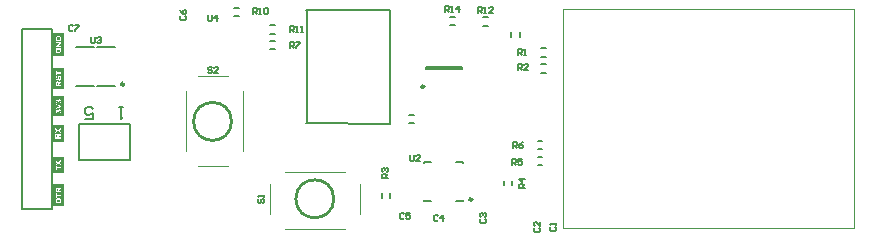
<source format=gto>
G04 Layer_Color=65535*
%FSLAX25Y25*%
%MOIN*%
G70*
G01*
G75*
%ADD27C,0.01000*%
%ADD44C,0.00984*%
%ADD45C,0.00394*%
%ADD46C,0.00787*%
%ADD47C,0.00600*%
G36*
X114647Y160956D02*
X110661D01*
Y168653D01*
X114647D01*
Y160956D01*
D02*
G37*
G36*
X114612Y110956D02*
X110692D01*
Y118256D01*
X114612D01*
Y110956D01*
D02*
G37*
G36*
X114412Y132456D02*
X110492D01*
Y137982D01*
X114412D01*
Y132456D01*
D02*
G37*
G36*
X114612Y121956D02*
X110692D01*
Y127317D01*
X114612D01*
Y121956D01*
D02*
G37*
G36*
X114647Y140956D02*
X110686D01*
Y147513D01*
X114647D01*
Y140956D01*
D02*
G37*
G36*
Y149956D02*
X110661D01*
Y157069D01*
X114647D01*
Y149956D01*
D02*
G37*
%LPC*%
G36*
X112711Y167653D02*
X112622D01*
X112574Y167651D01*
X112530Y167647D01*
X112487Y167643D01*
X112447Y167639D01*
X112410Y167632D01*
X112374Y167626D01*
X112343Y167622D01*
X112316Y167616D01*
X112291Y167609D01*
X112268Y167603D01*
X112251Y167599D01*
X112237Y167595D01*
X112226Y167591D01*
X112220Y167589D01*
X112218D01*
X112152Y167564D01*
X112091Y167535D01*
X112037Y167503D01*
X112014Y167489D01*
X111994Y167474D01*
X111973Y167460D01*
X111956Y167447D01*
X111942Y167435D01*
X111929Y167426D01*
X111919Y167418D01*
X111912Y167412D01*
X111908Y167408D01*
X111906Y167406D01*
X111863Y167358D01*
X111825Y167310D01*
X111794Y167262D01*
X111771Y167216D01*
X111752Y167177D01*
X111744Y167160D01*
X111740Y167146D01*
X111736Y167133D01*
X111732Y167125D01*
X111729Y167119D01*
Y167116D01*
X111723Y167092D01*
X111717Y167064D01*
X111709Y167006D01*
X111700Y166946D01*
X111696Y166888D01*
X111694Y166861D01*
Y166836D01*
Y166813D01*
X111692Y166792D01*
Y166775D01*
Y166763D01*
Y166755D01*
Y166753D01*
Y166045D01*
X113612D01*
Y166773D01*
Y166813D01*
X113610Y166850D01*
X113608Y166886D01*
X113606Y166917D01*
X113603Y166948D01*
X113599Y166977D01*
X113595Y167002D01*
X113591Y167025D01*
X113589Y167046D01*
X113585Y167064D01*
X113581Y167081D01*
X113578Y167094D01*
X113576Y167104D01*
X113574Y167110D01*
X113572Y167114D01*
Y167116D01*
X113549Y167177D01*
X113524Y167231D01*
X113499Y167277D01*
X113475Y167316D01*
X113464Y167333D01*
X113454Y167347D01*
X113443Y167358D01*
X113435Y167368D01*
X113429Y167376D01*
X113423Y167383D01*
X113420Y167385D01*
X113418Y167387D01*
X113366Y167435D01*
X113310Y167476D01*
X113254Y167512D01*
X113200Y167541D01*
X113175Y167553D01*
X113152Y167564D01*
X113131Y167572D01*
X113115Y167580D01*
X113100Y167585D01*
X113088Y167589D01*
X113081Y167593D01*
X113079D01*
X113013Y167614D01*
X112944Y167628D01*
X112875Y167639D01*
X112811Y167645D01*
X112782Y167649D01*
X112755Y167651D01*
X112732D01*
X112711Y167653D01*
D02*
G37*
G36*
X113050Y146513D02*
X113040D01*
X113009Y146511D01*
X112977Y146509D01*
X112919Y146499D01*
X112869Y146482D01*
X112826Y146463D01*
X112807Y146455D01*
X112790Y146445D01*
X112776Y146436D01*
X112763Y146430D01*
X112755Y146422D01*
X112749Y146418D01*
X112744Y146415D01*
X112742Y146413D01*
X112720Y146395D01*
X112699Y146374D01*
X112665Y146332D01*
X112636Y146289D01*
X112616Y146245D01*
X112601Y146210D01*
X112595Y146193D01*
X112591Y146178D01*
X112586Y146168D01*
X112584Y146160D01*
X112582Y146153D01*
Y146151D01*
X112553Y146199D01*
X112522Y146243D01*
X112489Y146280D01*
X112455Y146311D01*
X112422Y146339D01*
X112389Y146361D01*
X112355Y146378D01*
X112324Y146393D01*
X112295Y146405D01*
X112266Y146413D01*
X112241Y146420D01*
X112220Y146424D01*
X112204Y146426D01*
X112189Y146428D01*
X112179D01*
X112145Y146426D01*
X112114Y146422D01*
X112083Y146415D01*
X112054Y146407D01*
X112000Y146384D01*
X111954Y146359D01*
X111933Y146347D01*
X111915Y146334D01*
X111898Y146322D01*
X111885Y146311D01*
X111875Y146303D01*
X111867Y146297D01*
X111863Y146293D01*
X111860Y146291D01*
X111829Y146259D01*
X111802Y146226D01*
X111779Y146191D01*
X111758Y146153D01*
X111742Y146118D01*
X111727Y146083D01*
X111717Y146047D01*
X111706Y146012D01*
X111700Y145981D01*
X111694Y145952D01*
X111692Y145925D01*
X111688Y145902D01*
Y145883D01*
X111686Y145869D01*
Y145860D01*
Y145856D01*
X111688Y145798D01*
X111694Y145744D01*
X111704Y145694D01*
X111715Y145652D01*
X111721Y145633D01*
X111727Y145617D01*
X111732Y145602D01*
X111736Y145590D01*
X111740Y145579D01*
X111744Y145573D01*
X111746Y145569D01*
Y145567D01*
X111771Y145521D01*
X111798Y145482D01*
X111825Y145448D01*
X111852Y145421D01*
X111875Y145398D01*
X111896Y145382D01*
X111908Y145373D01*
X111910Y145369D01*
X111912D01*
X111954Y145344D01*
X112000Y145324D01*
X112046Y145305D01*
X112091Y145290D01*
X112131Y145278D01*
X112147Y145274D01*
X112162Y145269D01*
X112174Y145267D01*
X112183Y145265D01*
X112189Y145263D01*
X112191D01*
X112247Y145602D01*
X112204Y145611D01*
X112164Y145621D01*
X112133Y145633D01*
X112106Y145648D01*
X112085Y145663D01*
X112071Y145673D01*
X112060Y145681D01*
X112058Y145683D01*
X112035Y145710D01*
X112019Y145737D01*
X112008Y145765D01*
X112000Y145789D01*
X111996Y145812D01*
X111992Y145829D01*
Y145841D01*
Y145846D01*
X111994Y145881D01*
X112000Y145912D01*
X112010Y145937D01*
X112021Y145960D01*
X112031Y145979D01*
X112041Y145991D01*
X112048Y146000D01*
X112050Y146002D01*
X112073Y146020D01*
X112098Y146035D01*
X112125Y146045D01*
X112147Y146054D01*
X112170Y146058D01*
X112187Y146060D01*
X112204D01*
X112245Y146056D01*
X112281Y146047D01*
X112312Y146035D01*
X112339Y146020D01*
X112360Y146004D01*
X112374Y145991D01*
X112382Y145983D01*
X112387Y145979D01*
X112408Y145945D01*
X112424Y145910D01*
X112437Y145873D01*
X112443Y145835D01*
X112447Y145802D01*
Y145787D01*
X112449Y145775D01*
Y145765D01*
Y145756D01*
Y145752D01*
Y145750D01*
X112749Y145710D01*
X112738Y145746D01*
X112732Y145779D01*
X112726Y145806D01*
X112724Y145831D01*
X112722Y145852D01*
X112720Y145866D01*
Y145875D01*
Y145879D01*
X112724Y145918D01*
X112732Y145954D01*
X112747Y145985D01*
X112761Y146012D01*
X112776Y146033D01*
X112790Y146049D01*
X112799Y146058D01*
X112803Y146062D01*
X112836Y146087D01*
X112871Y146106D01*
X112909Y146118D01*
X112944Y146128D01*
X112975Y146133D01*
X112988Y146135D01*
X113000D01*
X113011Y146137D01*
X113023D01*
X113075Y146133D01*
X113121Y146124D01*
X113160Y146112D01*
X113194Y146097D01*
X113221Y146083D01*
X113240Y146070D01*
X113252Y146062D01*
X113256Y146058D01*
X113285Y146027D01*
X113306Y145993D01*
X113321Y145962D01*
X113331Y145931D01*
X113337Y145904D01*
X113339Y145883D01*
X113341Y145875D01*
Y145869D01*
Y145866D01*
Y145864D01*
X113339Y145827D01*
X113331Y145791D01*
X113319Y145760D01*
X113306Y145733D01*
X113294Y145712D01*
X113281Y145696D01*
X113273Y145687D01*
X113271Y145683D01*
X113242Y145658D01*
X113206Y145638D01*
X113173Y145621D01*
X113138Y145611D01*
X113108Y145600D01*
X113084Y145596D01*
X113073Y145594D01*
X113067Y145592D01*
X113061D01*
X113104Y145236D01*
X113148Y145242D01*
X113192Y145253D01*
X113231Y145265D01*
X113269Y145278D01*
X113304Y145294D01*
X113335Y145311D01*
X113364Y145328D01*
X113391Y145344D01*
X113416Y145363D01*
X113437Y145378D01*
X113456Y145394D01*
X113470Y145407D01*
X113483Y145417D01*
X113491Y145425D01*
X113495Y145432D01*
X113497Y145434D01*
X113524Y145467D01*
X113547Y145502D01*
X113566Y145538D01*
X113585Y145575D01*
X113599Y145611D01*
X113610Y145646D01*
X113620Y145681D01*
X113628Y145715D01*
X113635Y145746D01*
X113639Y145775D01*
X113643Y145802D01*
X113645Y145823D01*
Y145841D01*
X113647Y145854D01*
Y145864D01*
Y145866D01*
X113645Y145916D01*
X113639Y145966D01*
X113630Y146012D01*
X113620Y146056D01*
X113606Y146095D01*
X113591Y146135D01*
X113574Y146170D01*
X113558Y146201D01*
X113543Y146230D01*
X113526Y146255D01*
X113512Y146276D01*
X113497Y146295D01*
X113487Y146309D01*
X113479Y146320D01*
X113472Y146326D01*
X113470Y146328D01*
X113435Y146361D01*
X113400Y146388D01*
X113364Y146413D01*
X113327Y146434D01*
X113292Y146453D01*
X113256Y146467D01*
X113221Y146480D01*
X113188Y146490D01*
X113156Y146499D01*
X113129Y146503D01*
X113104Y146507D01*
X113081Y146511D01*
X113065D01*
X113050Y146513D01*
D02*
G37*
G36*
X112016Y156069D02*
X111692D01*
Y154546D01*
X112016D01*
Y155116D01*
X113612D01*
Y155503D01*
X112016D01*
Y156069D01*
D02*
G37*
G36*
X113612Y165636D02*
X111692D01*
Y165278D01*
X112982D01*
X111692Y164487D01*
Y164113D01*
X113612D01*
Y164471D01*
X112351D01*
X113612Y165249D01*
Y165636D01*
D02*
G37*
G36*
Y152682D02*
X113240Y152447D01*
X113198Y152422D01*
X113163Y152397D01*
X113127Y152375D01*
X113096Y152354D01*
X113067Y152335D01*
X113042Y152316D01*
X113019Y152300D01*
X112998Y152285D01*
X112982Y152273D01*
X112967Y152260D01*
X112954Y152250D01*
X112944Y152241D01*
X112938Y152235D01*
X112932Y152231D01*
X112927Y152227D01*
X112896Y152196D01*
X112865Y152160D01*
X112838Y152125D01*
X112815Y152092D01*
X112794Y152063D01*
X112780Y152040D01*
X112774Y152031D01*
X112771Y152025D01*
X112767Y152021D01*
Y152019D01*
X112759Y152065D01*
X112749Y152108D01*
X112736Y152148D01*
X112724Y152185D01*
X112709Y152221D01*
X112695Y152252D01*
X112680Y152279D01*
X112663Y152304D01*
X112649Y152327D01*
X112634Y152345D01*
X112622Y152362D01*
X112611Y152377D01*
X112601Y152387D01*
X112595Y152393D01*
X112591Y152397D01*
X112588Y152400D01*
X112561Y152422D01*
X112532Y152441D01*
X112503Y152458D01*
X112472Y152472D01*
X112443Y152485D01*
X112414Y152495D01*
X112355Y152510D01*
X112330Y152516D01*
X112306Y152520D01*
X112285Y152522D01*
X112266Y152524D01*
X112251Y152526D01*
X112231D01*
X112168Y152522D01*
X112112Y152514D01*
X112060Y152499D01*
X112016Y152485D01*
X111998Y152477D01*
X111979Y152468D01*
X111964Y152462D01*
X111952Y152454D01*
X111942Y152449D01*
X111935Y152445D01*
X111931Y152441D01*
X111929D01*
X111883Y152408D01*
X111844Y152370D01*
X111813Y152335D01*
X111786Y152300D01*
X111767Y152266D01*
X111761Y152254D01*
X111754Y152241D01*
X111750Y152231D01*
X111746Y152225D01*
X111744Y152221D01*
Y152219D01*
X111736Y152191D01*
X111727Y152160D01*
X111719Y152125D01*
X111715Y152090D01*
X111704Y152017D01*
X111698Y151942D01*
X111696Y151909D01*
X111694Y151875D01*
Y151846D01*
X111692Y151821D01*
Y151801D01*
Y151786D01*
Y151776D01*
Y151771D01*
Y150956D01*
X113612D01*
Y151343D01*
X112811D01*
Y151420D01*
Y151468D01*
X112815Y151507D01*
X112817Y151541D01*
X112821Y151567D01*
X112826Y151588D01*
X112830Y151603D01*
X112832Y151613D01*
X112834Y151615D01*
X112842Y151638D01*
X112855Y151659D01*
X112867Y151680D01*
X112882Y151697D01*
X112894Y151711D01*
X112902Y151724D01*
X112911Y151730D01*
X112913Y151732D01*
X112925Y151744D01*
X112942Y151757D01*
X112961Y151771D01*
X112982Y151788D01*
X113027Y151821D01*
X113075Y151857D01*
X113121Y151888D01*
X113140Y151902D01*
X113158Y151913D01*
X113173Y151923D01*
X113183Y151932D01*
X113192Y151936D01*
X113194Y151938D01*
X113612Y152219D01*
Y152682D01*
D02*
G37*
G36*
X113352Y163751D02*
X112584D01*
Y162917D01*
X112909D01*
Y163360D01*
X113154D01*
X113179Y163325D01*
X113200Y163289D01*
X113219Y163254D01*
X113235Y163221D01*
X113250Y163191D01*
X113260Y163169D01*
X113264Y163160D01*
X113267Y163154D01*
X113269Y163150D01*
Y163148D01*
X113285Y163102D01*
X113296Y163058D01*
X113304Y163019D01*
X113310Y162981D01*
X113314Y162950D01*
Y162936D01*
X113316Y162925D01*
Y162917D01*
Y162911D01*
Y162907D01*
Y162905D01*
X113314Y162859D01*
X113308Y162817D01*
X113300Y162778D01*
X113289Y162738D01*
X113277Y162703D01*
X113262Y162671D01*
X113248Y162640D01*
X113231Y162613D01*
X113215Y162590D01*
X113200Y162567D01*
X113185Y162551D01*
X113173Y162534D01*
X113163Y162524D01*
X113152Y162513D01*
X113148Y162509D01*
X113146Y162507D01*
X113113Y162480D01*
X113075Y162457D01*
X113036Y162436D01*
X112994Y162420D01*
X112950Y162405D01*
X112909Y162393D01*
X112865Y162382D01*
X112826Y162374D01*
X112786Y162368D01*
X112749Y162364D01*
X112717Y162359D01*
X112688Y162357D01*
X112665D01*
X112647Y162355D01*
X112632D01*
X112574Y162357D01*
X112520Y162362D01*
X112470Y162370D01*
X112424Y162378D01*
X112380Y162391D01*
X112341Y162403D01*
X112306Y162416D01*
X112274Y162430D01*
X112245Y162445D01*
X112222Y162457D01*
X112202Y162470D01*
X112185Y162482D01*
X112170Y162491D01*
X112162Y162499D01*
X112156Y162503D01*
X112154Y162505D01*
X112125Y162534D01*
X112100Y162565D01*
X112079Y162599D01*
X112060Y162632D01*
X112043Y162665D01*
X112031Y162699D01*
X112021Y162732D01*
X112012Y162763D01*
X112006Y162792D01*
X112000Y162821D01*
X111996Y162846D01*
X111994Y162867D01*
X111992Y162884D01*
Y162898D01*
Y162907D01*
Y162909D01*
X111996Y162969D01*
X112004Y163023D01*
X112019Y163071D01*
X112033Y163110D01*
X112041Y163127D01*
X112048Y163144D01*
X112056Y163156D01*
X112062Y163167D01*
X112066Y163177D01*
X112071Y163183D01*
X112075Y163185D01*
Y163187D01*
X112108Y163227D01*
X112143Y163258D01*
X112181Y163285D01*
X112216Y163306D01*
X112247Y163323D01*
X112262Y163329D01*
X112274Y163333D01*
X112283Y163337D01*
X112291Y163339D01*
X112295Y163341D01*
X112297D01*
X112224Y163726D01*
X112177Y163714D01*
X112131Y163699D01*
X112087Y163680D01*
X112048Y163662D01*
X112012Y163641D01*
X111977Y163618D01*
X111946Y163597D01*
X111919Y163574D01*
X111894Y163553D01*
X111871Y163533D01*
X111854Y163514D01*
X111838Y163499D01*
X111825Y163485D01*
X111817Y163474D01*
X111813Y163468D01*
X111811Y163466D01*
X111784Y163427D01*
X111761Y163385D01*
X111742Y163341D01*
X111723Y163295D01*
X111709Y163248D01*
X111698Y163202D01*
X111688Y163156D01*
X111679Y163112D01*
X111673Y163071D01*
X111669Y163033D01*
X111665Y162998D01*
X111663Y162967D01*
X111661Y162944D01*
Y162925D01*
Y162913D01*
Y162911D01*
Y162909D01*
Y162859D01*
X111665Y162811D01*
X111669Y162765D01*
X111675Y162721D01*
X111684Y162680D01*
X111692Y162642D01*
X111700Y162607D01*
X111709Y162576D01*
X111717Y162547D01*
X111725Y162522D01*
X111734Y162501D01*
X111742Y162482D01*
X111748Y162468D01*
X111752Y162457D01*
X111754Y162451D01*
X111756Y162449D01*
X111781Y162405D01*
X111808Y162364D01*
X111836Y162324D01*
X111865Y162289D01*
X111896Y162256D01*
X111925Y162226D01*
X111954Y162197D01*
X111983Y162174D01*
X112010Y162152D01*
X112035Y162133D01*
X112058Y162118D01*
X112077Y162104D01*
X112093Y162093D01*
X112106Y162087D01*
X112114Y162083D01*
X112116Y162081D01*
X112160Y162058D01*
X112206Y162039D01*
X112251Y162023D01*
X112297Y162008D01*
X112343Y161998D01*
X112387Y161987D01*
X112430Y161979D01*
X112470Y161973D01*
X112507Y161966D01*
X112541Y161962D01*
X112572Y161960D01*
X112599Y161958D01*
X112620Y161956D01*
X112649D01*
X112701Y161958D01*
X112751Y161960D01*
X112799Y161966D01*
X112846Y161973D01*
X112890Y161983D01*
X112932Y161991D01*
X112971Y162002D01*
X113009Y162012D01*
X113042Y162023D01*
X113071Y162033D01*
X113098Y162043D01*
X113119Y162052D01*
X113138Y162058D01*
X113150Y162064D01*
X113158Y162066D01*
X113160Y162068D01*
X113204Y162091D01*
X113244Y162114D01*
X113281Y162141D01*
X113316Y162168D01*
X113348Y162195D01*
X113379Y162224D01*
X113406Y162251D01*
X113429Y162278D01*
X113452Y162303D01*
X113470Y162326D01*
X113485Y162349D01*
X113499Y162366D01*
X113510Y162382D01*
X113516Y162393D01*
X113520Y162401D01*
X113522Y162403D01*
X113545Y162447D01*
X113564Y162491D01*
X113581Y162534D01*
X113595Y162580D01*
X113606Y162626D01*
X113616Y162669D01*
X113624Y162711D01*
X113630Y162751D01*
X113637Y162788D01*
X113641Y162821D01*
X113643Y162853D01*
X113645Y162880D01*
X113647Y162900D01*
Y162917D01*
Y162925D01*
Y162929D01*
X113645Y162973D01*
X113643Y163017D01*
X113633Y163102D01*
X113626Y163144D01*
X113618Y163181D01*
X113610Y163219D01*
X113601Y163252D01*
X113593Y163283D01*
X113587Y163312D01*
X113578Y163337D01*
X113572Y163358D01*
X113566Y163375D01*
X113562Y163387D01*
X113558Y163395D01*
Y163397D01*
X113541Y163439D01*
X113522Y163479D01*
X113506Y163516D01*
X113487Y163549D01*
X113470Y163583D01*
X113454Y163612D01*
X113437Y163637D01*
X113420Y163662D01*
X113406Y163682D01*
X113393Y163701D01*
X113381Y163716D01*
X113371Y163728D01*
X113362Y163739D01*
X113356Y163745D01*
X113354Y163749D01*
X113352Y163751D01*
D02*
G37*
G36*
X113071Y154355D02*
X113054D01*
X112990Y154351D01*
X112930Y154342D01*
X112878Y154330D01*
X112855Y154323D01*
X112834Y154317D01*
X112815Y154309D01*
X112799Y154303D01*
X112784Y154297D01*
X112771Y154290D01*
X112761Y154284D01*
X112755Y154282D01*
X112751Y154278D01*
X112749D01*
X112705Y154247D01*
X112665Y154211D01*
X112632Y154176D01*
X112603Y154143D01*
X112582Y154111D01*
X112566Y154086D01*
X112561Y154076D01*
X112557Y154070D01*
X112553Y154066D01*
Y154063D01*
X112541Y154036D01*
X112526Y154007D01*
X112514Y153974D01*
X112501Y153941D01*
X112478Y153872D01*
X112457Y153804D01*
X112449Y153772D01*
X112441Y153741D01*
X112432Y153716D01*
X112426Y153691D01*
X112422Y153673D01*
X112418Y153658D01*
X112416Y153650D01*
Y153645D01*
X112403Y153595D01*
X112391Y153550D01*
X112378Y153508D01*
X112366Y153471D01*
X112355Y153437D01*
X112345Y153408D01*
X112335Y153383D01*
X112326Y153363D01*
X112318Y153344D01*
X112310Y153327D01*
X112303Y153315D01*
X112297Y153306D01*
X112293Y153298D01*
X112289Y153294D01*
X112287Y153290D01*
X112268Y153271D01*
X112249Y153256D01*
X112229Y153248D01*
X112210Y153240D01*
X112195Y153236D01*
X112181Y153234D01*
X112170D01*
X112143Y153236D01*
X112120Y153244D01*
X112100Y153252D01*
X112083Y153265D01*
X112071Y153275D01*
X112060Y153286D01*
X112054Y153292D01*
X112052Y153294D01*
X112029Y153333D01*
X112010Y153375D01*
X111998Y153421D01*
X111989Y153462D01*
X111985Y153502D01*
X111983Y153519D01*
X111981Y153533D01*
Y153543D01*
Y153552D01*
Y153558D01*
Y153560D01*
X111983Y153618D01*
X111992Y153668D01*
X112002Y153710D01*
X112014Y153745D01*
X112027Y153772D01*
X112037Y153791D01*
X112046Y153801D01*
X112048Y153806D01*
X112075Y153835D01*
X112108Y153858D01*
X112143Y153876D01*
X112177Y153891D01*
X112208Y153901D01*
X112222Y153905D01*
X112235Y153910D01*
X112243Y153912D01*
X112251D01*
X112256Y153914D01*
X112258D01*
X112243Y154301D01*
X112195Y154297D01*
X112150Y154290D01*
X112106Y154280D01*
X112066Y154265D01*
X112029Y154251D01*
X111994Y154234D01*
X111962Y154217D01*
X111933Y154201D01*
X111908Y154182D01*
X111885Y154165D01*
X111865Y154151D01*
X111850Y154136D01*
X111838Y154124D01*
X111827Y154115D01*
X111823Y154109D01*
X111821Y154107D01*
X111792Y154072D01*
X111769Y154032D01*
X111746Y153989D01*
X111727Y153945D01*
X111713Y153901D01*
X111700Y153856D01*
X111690Y153810D01*
X111682Y153768D01*
X111673Y153727D01*
X111669Y153687D01*
X111665Y153654D01*
X111663Y153623D01*
X111661Y153600D01*
Y153581D01*
Y153568D01*
Y153566D01*
Y153564D01*
X111663Y153483D01*
X111667Y153448D01*
X111671Y153410D01*
X111677Y153377D01*
X111682Y153346D01*
X111688Y153319D01*
X111694Y153292D01*
X111702Y153267D01*
X111709Y153246D01*
X111713Y153229D01*
X111719Y153213D01*
X111723Y153202D01*
X111727Y153192D01*
X111729Y153188D01*
Y153186D01*
X111756Y153132D01*
X111788Y153082D01*
X111819Y153042D01*
X111850Y153007D01*
X111879Y152982D01*
X111902Y152961D01*
X111910Y152955D01*
X111917Y152951D01*
X111921Y152947D01*
X111923D01*
X111971Y152919D01*
X112019Y152899D01*
X112066Y152884D01*
X112108Y152874D01*
X112143Y152867D01*
X112160Y152865D01*
X112172D01*
X112183Y152863D01*
X112197D01*
X112239Y152865D01*
X112278Y152872D01*
X112318Y152880D01*
X112353Y152890D01*
X112387Y152905D01*
X112420Y152919D01*
X112449Y152936D01*
X112476Y152953D01*
X112501Y152967D01*
X112522Y152984D01*
X112541Y152999D01*
X112555Y153013D01*
X112568Y153024D01*
X112576Y153032D01*
X112582Y153038D01*
X112584Y153040D01*
X112605Y153065D01*
X112624Y153094D01*
X112643Y153128D01*
X112661Y153161D01*
X112692Y153234D01*
X112722Y153306D01*
X112732Y153340D01*
X112742Y153371D01*
X112753Y153400D01*
X112759Y153427D01*
X112765Y153448D01*
X112769Y153462D01*
X112774Y153473D01*
Y153477D01*
X112784Y153521D01*
X112794Y153560D01*
X112803Y153595D01*
X112811Y153627D01*
X112819Y153656D01*
X112826Y153681D01*
X112832Y153704D01*
X112838Y153722D01*
X112842Y153739D01*
X112846Y153752D01*
X112850Y153764D01*
X112853Y153772D01*
X112855Y153779D01*
Y153783D01*
X112857Y153787D01*
X112871Y153822D01*
X112884Y153851D01*
X112898Y153874D01*
X112911Y153895D01*
X112923Y153908D01*
X112932Y153918D01*
X112938Y153924D01*
X112940Y153926D01*
X112959Y153941D01*
X112977Y153951D01*
X112998Y153957D01*
X113017Y153964D01*
X113031Y153966D01*
X113044Y153968D01*
X113075D01*
X113094Y153964D01*
X113129Y153953D01*
X113163Y153937D01*
X113190Y153920D01*
X113210Y153903D01*
X113227Y153887D01*
X113237Y153876D01*
X113242Y153874D01*
Y153872D01*
X113256Y153853D01*
X113269Y153833D01*
X113287Y153787D01*
X113302Y153739D01*
X113310Y153693D01*
X113316Y153652D01*
X113319Y153635D01*
Y153618D01*
X113321Y153606D01*
Y153595D01*
Y153589D01*
Y153587D01*
X113316Y153525D01*
X113306Y153469D01*
X113294Y153421D01*
X113277Y153379D01*
X113269Y153363D01*
X113260Y153348D01*
X113254Y153333D01*
X113248Y153323D01*
X113242Y153315D01*
X113237Y153308D01*
X113233Y153306D01*
Y153304D01*
X113215Y153286D01*
X113196Y153269D01*
X113152Y153240D01*
X113104Y153215D01*
X113058Y153196D01*
X113017Y153184D01*
X113000Y153177D01*
X112984Y153173D01*
X112971Y153171D01*
X112961Y153169D01*
X112954Y153167D01*
X112952D01*
X112990Y152791D01*
X113048Y152799D01*
X113104Y152811D01*
X113154Y152826D01*
X113202Y152843D01*
X113246Y152861D01*
X113287Y152880D01*
X113323Y152901D01*
X113356Y152922D01*
X113385Y152940D01*
X113410Y152959D01*
X113431Y152978D01*
X113450Y152992D01*
X113462Y153005D01*
X113472Y153015D01*
X113479Y153021D01*
X113481Y153024D01*
X113510Y153063D01*
X113535Y153105D01*
X113558Y153148D01*
X113576Y153194D01*
X113593Y153240D01*
X113606Y153286D01*
X113618Y153331D01*
X113626Y153377D01*
X113633Y153419D01*
X113639Y153458D01*
X113643Y153494D01*
X113645Y153523D01*
Y153548D01*
X113647Y153566D01*
Y153579D01*
Y153583D01*
Y153629D01*
X113645Y153673D01*
X113641Y153716D01*
X113637Y153754D01*
X113630Y153791D01*
X113626Y153826D01*
X113620Y153858D01*
X113612Y153887D01*
X113606Y153912D01*
X113599Y153935D01*
X113595Y153955D01*
X113589Y153972D01*
X113585Y153984D01*
X113581Y153993D01*
X113578Y153999D01*
Y154001D01*
X113549Y154061D01*
X113516Y154113D01*
X113479Y154157D01*
X113445Y154195D01*
X113414Y154224D01*
X113400Y154234D01*
X113387Y154244D01*
X113379Y154251D01*
X113371Y154257D01*
X113366Y154261D01*
X113364D01*
X113337Y154278D01*
X113308Y154292D01*
X113254Y154315D01*
X113202Y154332D01*
X113154Y154342D01*
X113133Y154346D01*
X113115Y154351D01*
X113096Y154353D01*
X113081D01*
X113071Y154355D01*
D02*
G37*
G36*
X113050Y143233D02*
X113040D01*
X113009Y143231D01*
X112977Y143229D01*
X112919Y143219D01*
X112869Y143202D01*
X112826Y143183D01*
X112807Y143175D01*
X112790Y143165D01*
X112776Y143156D01*
X112763Y143150D01*
X112755Y143142D01*
X112749Y143137D01*
X112744Y143135D01*
X112742Y143133D01*
X112720Y143115D01*
X112699Y143094D01*
X112665Y143052D01*
X112636Y143008D01*
X112616Y142965D01*
X112601Y142929D01*
X112595Y142913D01*
X112591Y142898D01*
X112586Y142888D01*
X112584Y142879D01*
X112582Y142873D01*
Y142871D01*
X112553Y142919D01*
X112522Y142963D01*
X112489Y143000D01*
X112455Y143031D01*
X112422Y143058D01*
X112389Y143081D01*
X112355Y143098D01*
X112324Y143113D01*
X112295Y143125D01*
X112266Y143133D01*
X112241Y143140D01*
X112220Y143144D01*
X112204Y143146D01*
X112189Y143148D01*
X112179D01*
X112145Y143146D01*
X112114Y143142D01*
X112083Y143135D01*
X112054Y143127D01*
X112000Y143104D01*
X111954Y143079D01*
X111933Y143067D01*
X111915Y143054D01*
X111898Y143042D01*
X111885Y143031D01*
X111875Y143023D01*
X111867Y143017D01*
X111863Y143013D01*
X111860Y143011D01*
X111829Y142979D01*
X111802Y142946D01*
X111779Y142911D01*
X111758Y142873D01*
X111742Y142838D01*
X111727Y142803D01*
X111717Y142767D01*
X111706Y142732D01*
X111700Y142701D01*
X111694Y142672D01*
X111692Y142645D01*
X111688Y142622D01*
Y142603D01*
X111686Y142588D01*
Y142580D01*
Y142576D01*
X111688Y142518D01*
X111694Y142464D01*
X111704Y142414D01*
X111715Y142372D01*
X111721Y142353D01*
X111727Y142337D01*
X111732Y142322D01*
X111736Y142310D01*
X111740Y142299D01*
X111744Y142293D01*
X111746Y142289D01*
Y142287D01*
X111771Y142241D01*
X111798Y142201D01*
X111825Y142168D01*
X111852Y142141D01*
X111875Y142118D01*
X111896Y142102D01*
X111908Y142093D01*
X111910Y142089D01*
X111912D01*
X111954Y142064D01*
X112000Y142043D01*
X112046Y142025D01*
X112091Y142010D01*
X112131Y141998D01*
X112147Y141993D01*
X112162Y141989D01*
X112174Y141987D01*
X112183Y141985D01*
X112189Y141983D01*
X112191D01*
X112247Y142322D01*
X112204Y142330D01*
X112164Y142341D01*
X112133Y142353D01*
X112106Y142368D01*
X112085Y142382D01*
X112071Y142393D01*
X112060Y142401D01*
X112058Y142403D01*
X112035Y142430D01*
X112019Y142457D01*
X112008Y142484D01*
X112000Y142509D01*
X111996Y142532D01*
X111992Y142549D01*
Y142561D01*
Y142565D01*
X111994Y142601D01*
X112000Y142632D01*
X112010Y142657D01*
X112021Y142680D01*
X112031Y142699D01*
X112041Y142711D01*
X112048Y142719D01*
X112050Y142721D01*
X112073Y142740D01*
X112098Y142755D01*
X112125Y142765D01*
X112147Y142773D01*
X112170Y142778D01*
X112187Y142780D01*
X112204D01*
X112245Y142775D01*
X112281Y142767D01*
X112312Y142755D01*
X112339Y142740D01*
X112360Y142724D01*
X112374Y142711D01*
X112382Y142703D01*
X112387Y142699D01*
X112408Y142665D01*
X112424Y142630D01*
X112437Y142593D01*
X112443Y142555D01*
X112447Y142522D01*
Y142507D01*
X112449Y142495D01*
Y142484D01*
Y142476D01*
Y142472D01*
Y142470D01*
X112749Y142430D01*
X112738Y142466D01*
X112732Y142499D01*
X112726Y142526D01*
X112724Y142551D01*
X112722Y142572D01*
X112720Y142586D01*
Y142595D01*
Y142599D01*
X112724Y142638D01*
X112732Y142674D01*
X112747Y142705D01*
X112761Y142732D01*
X112776Y142753D01*
X112790Y142769D01*
X112799Y142778D01*
X112803Y142782D01*
X112836Y142807D01*
X112871Y142825D01*
X112909Y142838D01*
X112944Y142848D01*
X112975Y142852D01*
X112988Y142855D01*
X113000D01*
X113011Y142857D01*
X113023D01*
X113075Y142852D01*
X113121Y142844D01*
X113160Y142832D01*
X113194Y142817D01*
X113221Y142803D01*
X113240Y142790D01*
X113252Y142782D01*
X113256Y142778D01*
X113285Y142746D01*
X113306Y142713D01*
X113321Y142682D01*
X113331Y142651D01*
X113337Y142624D01*
X113339Y142603D01*
X113341Y142595D01*
Y142588D01*
Y142586D01*
Y142584D01*
X113339Y142547D01*
X113331Y142511D01*
X113319Y142480D01*
X113306Y142453D01*
X113294Y142432D01*
X113281Y142416D01*
X113273Y142407D01*
X113271Y142403D01*
X113242Y142378D01*
X113206Y142357D01*
X113173Y142341D01*
X113138Y142330D01*
X113108Y142320D01*
X113084Y142316D01*
X113073Y142314D01*
X113067Y142312D01*
X113061D01*
X113104Y141956D01*
X113148Y141962D01*
X113192Y141973D01*
X113231Y141985D01*
X113269Y141998D01*
X113304Y142014D01*
X113335Y142031D01*
X113364Y142048D01*
X113391Y142064D01*
X113416Y142083D01*
X113437Y142097D01*
X113456Y142114D01*
X113470Y142127D01*
X113483Y142137D01*
X113491Y142145D01*
X113495Y142151D01*
X113497Y142154D01*
X113524Y142187D01*
X113547Y142222D01*
X113566Y142258D01*
X113585Y142295D01*
X113599Y142330D01*
X113610Y142366D01*
X113620Y142401D01*
X113628Y142434D01*
X113635Y142466D01*
X113639Y142495D01*
X113643Y142522D01*
X113645Y142543D01*
Y142561D01*
X113647Y142574D01*
Y142584D01*
Y142586D01*
X113645Y142636D01*
X113639Y142686D01*
X113630Y142732D01*
X113620Y142775D01*
X113606Y142815D01*
X113591Y142855D01*
X113574Y142890D01*
X113558Y142921D01*
X113543Y142950D01*
X113526Y142975D01*
X113512Y142996D01*
X113497Y143015D01*
X113487Y143029D01*
X113479Y143040D01*
X113472Y143046D01*
X113470Y143048D01*
X113435Y143081D01*
X113400Y143108D01*
X113364Y143133D01*
X113327Y143154D01*
X113292Y143173D01*
X113256Y143187D01*
X113221Y143200D01*
X113188Y143210D01*
X113156Y143219D01*
X113129Y143223D01*
X113104Y143227D01*
X113081Y143231D01*
X113065D01*
X113050Y143233D01*
D02*
G37*
G36*
X112711Y113564D02*
X112622D01*
X112574Y113562D01*
X112530Y113558D01*
X112487Y113553D01*
X112447Y113549D01*
X112410Y113543D01*
X112374Y113537D01*
X112343Y113533D01*
X112316Y113526D01*
X112291Y113520D01*
X112268Y113514D01*
X112251Y113510D01*
X112237Y113506D01*
X112226Y113501D01*
X112220Y113499D01*
X112218D01*
X112152Y113474D01*
X112091Y113445D01*
X112037Y113414D01*
X112014Y113400D01*
X111994Y113385D01*
X111973Y113370D01*
X111956Y113358D01*
X111942Y113345D01*
X111929Y113337D01*
X111919Y113329D01*
X111912Y113323D01*
X111908Y113318D01*
X111906Y113316D01*
X111863Y113268D01*
X111825Y113221D01*
X111794Y113173D01*
X111771Y113127D01*
X111752Y113087D01*
X111744Y113071D01*
X111740Y113056D01*
X111736Y113044D01*
X111732Y113036D01*
X111729Y113029D01*
Y113027D01*
X111723Y113002D01*
X111717Y112975D01*
X111709Y112917D01*
X111700Y112857D01*
X111696Y112798D01*
X111694Y112771D01*
Y112746D01*
Y112724D01*
X111692Y112703D01*
Y112686D01*
Y112674D01*
Y112665D01*
Y112663D01*
Y111956D01*
X113612D01*
Y112684D01*
Y112724D01*
X113610Y112761D01*
X113608Y112796D01*
X113606Y112828D01*
X113603Y112859D01*
X113599Y112888D01*
X113595Y112913D01*
X113591Y112936D01*
X113589Y112957D01*
X113585Y112975D01*
X113581Y112992D01*
X113578Y113004D01*
X113576Y113015D01*
X113574Y113021D01*
X113572Y113025D01*
Y113027D01*
X113549Y113087D01*
X113524Y113142D01*
X113499Y113187D01*
X113475Y113227D01*
X113464Y113243D01*
X113454Y113258D01*
X113443Y113268D01*
X113435Y113279D01*
X113429Y113287D01*
X113423Y113293D01*
X113420Y113295D01*
X113418Y113298D01*
X113366Y113345D01*
X113310Y113387D01*
X113254Y113422D01*
X113200Y113452D01*
X113175Y113464D01*
X113152Y113474D01*
X113131Y113483D01*
X113115Y113491D01*
X113100Y113495D01*
X113088Y113499D01*
X113081Y113504D01*
X113079D01*
X113013Y113524D01*
X112944Y113539D01*
X112875Y113549D01*
X112811Y113556D01*
X112782Y113560D01*
X112755Y113562D01*
X112732D01*
X112711Y113564D01*
D02*
G37*
G36*
X113612Y117256D02*
X113240Y117021D01*
X113198Y116996D01*
X113163Y116971D01*
X113127Y116948D01*
X113096Y116927D01*
X113067Y116909D01*
X113042Y116890D01*
X113019Y116873D01*
X112998Y116859D01*
X112982Y116846D01*
X112967Y116834D01*
X112954Y116823D01*
X112944Y116815D01*
X112938Y116809D01*
X112932Y116805D01*
X112927Y116800D01*
X112896Y116769D01*
X112865Y116734D01*
X112838Y116698D01*
X112815Y116665D01*
X112794Y116636D01*
X112780Y116613D01*
X112774Y116605D01*
X112771Y116599D01*
X112767Y116594D01*
Y116592D01*
X112759Y116638D01*
X112749Y116682D01*
X112736Y116721D01*
X112724Y116759D01*
X112709Y116794D01*
X112695Y116825D01*
X112680Y116852D01*
X112663Y116877D01*
X112649Y116900D01*
X112634Y116919D01*
X112622Y116936D01*
X112611Y116950D01*
X112601Y116961D01*
X112595Y116967D01*
X112591Y116971D01*
X112588Y116973D01*
X112561Y116996D01*
X112532Y117015D01*
X112503Y117031D01*
X112472Y117046D01*
X112443Y117058D01*
X112414Y117069D01*
X112355Y117083D01*
X112330Y117089D01*
X112306Y117094D01*
X112285Y117096D01*
X112266Y117098D01*
X112251Y117100D01*
X112231D01*
X112168Y117096D01*
X112112Y117087D01*
X112060Y117073D01*
X112016Y117058D01*
X111998Y117050D01*
X111979Y117042D01*
X111964Y117035D01*
X111952Y117027D01*
X111942Y117023D01*
X111935Y117019D01*
X111931Y117015D01*
X111929D01*
X111883Y116981D01*
X111844Y116944D01*
X111813Y116909D01*
X111786Y116873D01*
X111767Y116840D01*
X111761Y116827D01*
X111754Y116815D01*
X111750Y116805D01*
X111746Y116798D01*
X111744Y116794D01*
Y116792D01*
X111736Y116765D01*
X111727Y116734D01*
X111719Y116698D01*
X111715Y116663D01*
X111704Y116590D01*
X111698Y116515D01*
X111696Y116482D01*
X111694Y116449D01*
Y116420D01*
X111692Y116395D01*
Y116374D01*
Y116359D01*
Y116349D01*
Y116345D01*
Y115529D01*
X113612D01*
Y115916D01*
X112811D01*
Y115993D01*
Y116041D01*
X112815Y116081D01*
X112817Y116114D01*
X112821Y116141D01*
X112826Y116162D01*
X112830Y116176D01*
X112832Y116187D01*
X112834Y116189D01*
X112842Y116212D01*
X112855Y116233D01*
X112867Y116253D01*
X112882Y116270D01*
X112894Y116285D01*
X112902Y116297D01*
X112911Y116303D01*
X112913Y116305D01*
X112925Y116318D01*
X112942Y116330D01*
X112961Y116345D01*
X112982Y116361D01*
X113027Y116395D01*
X113075Y116430D01*
X113121Y116461D01*
X113140Y116476D01*
X113158Y116486D01*
X113173Y116497D01*
X113183Y116505D01*
X113192Y116509D01*
X113194Y116511D01*
X113612Y116792D01*
Y117256D01*
D02*
G37*
G36*
X112016Y115280D02*
X111692D01*
Y113757D01*
X112016D01*
Y114327D01*
X113612D01*
Y114714D01*
X112016D01*
Y115280D01*
D02*
G37*
G36*
X113612Y126317D02*
X112611Y125656D01*
X111692Y126259D01*
Y125810D01*
X112268Y125427D01*
X111692Y125048D01*
Y124595D01*
X112613Y125198D01*
X113612Y124533D01*
Y124996D01*
X112961Y125425D01*
X113612Y125851D01*
Y126317D01*
D02*
G37*
G36*
X113412Y135182D02*
X113040Y134947D01*
X112998Y134922D01*
X112962Y134897D01*
X112927Y134875D01*
X112896Y134854D01*
X112867Y134835D01*
X112842Y134816D01*
X112819Y134800D01*
X112798Y134785D01*
X112782Y134773D01*
X112767Y134760D01*
X112754Y134750D01*
X112744Y134741D01*
X112738Y134735D01*
X112732Y134731D01*
X112727Y134727D01*
X112696Y134696D01*
X112665Y134660D01*
X112638Y134625D01*
X112615Y134592D01*
X112594Y134563D01*
X112580Y134540D01*
X112574Y134531D01*
X112572Y134525D01*
X112567Y134521D01*
Y134519D01*
X112559Y134565D01*
X112549Y134608D01*
X112536Y134648D01*
X112524Y134685D01*
X112509Y134721D01*
X112495Y134752D01*
X112480Y134779D01*
X112463Y134804D01*
X112449Y134827D01*
X112434Y134845D01*
X112422Y134862D01*
X112411Y134877D01*
X112401Y134887D01*
X112395Y134893D01*
X112390Y134897D01*
X112388Y134899D01*
X112361Y134922D01*
X112332Y134941D01*
X112303Y134958D01*
X112272Y134972D01*
X112243Y134985D01*
X112214Y134995D01*
X112155Y135010D01*
X112130Y135016D01*
X112106Y135020D01*
X112085Y135022D01*
X112066Y135024D01*
X112051Y135026D01*
X112031D01*
X111968Y135022D01*
X111912Y135014D01*
X111860Y134999D01*
X111816Y134985D01*
X111798Y134976D01*
X111779Y134968D01*
X111764Y134962D01*
X111752Y134954D01*
X111742Y134949D01*
X111735Y134945D01*
X111731Y134941D01*
X111729D01*
X111683Y134908D01*
X111644Y134870D01*
X111613Y134835D01*
X111586Y134800D01*
X111567Y134766D01*
X111561Y134754D01*
X111554Y134741D01*
X111550Y134731D01*
X111546Y134725D01*
X111544Y134721D01*
Y134719D01*
X111536Y134692D01*
X111527Y134660D01*
X111519Y134625D01*
X111515Y134590D01*
X111504Y134517D01*
X111498Y134442D01*
X111496Y134409D01*
X111494Y134375D01*
Y134346D01*
X111492Y134321D01*
Y134300D01*
Y134286D01*
Y134275D01*
Y134271D01*
Y133456D01*
X113412D01*
Y133843D01*
X112611D01*
Y133920D01*
Y133968D01*
X112615Y134007D01*
X112617Y134040D01*
X112621Y134067D01*
X112626Y134088D01*
X112630Y134103D01*
X112632Y134113D01*
X112634Y134115D01*
X112642Y134138D01*
X112655Y134159D01*
X112667Y134180D01*
X112682Y134196D01*
X112694Y134211D01*
X112703Y134223D01*
X112711Y134230D01*
X112713Y134232D01*
X112725Y134244D01*
X112742Y134257D01*
X112761Y134271D01*
X112782Y134288D01*
X112827Y134321D01*
X112875Y134357D01*
X112921Y134388D01*
X112940Y134402D01*
X112958Y134413D01*
X112973Y134423D01*
X112983Y134432D01*
X112992Y134436D01*
X112994Y134438D01*
X113412Y134719D01*
Y135182D01*
D02*
G37*
G36*
X111692Y145134D02*
Y144722D01*
X113113Y144252D01*
X111692Y143766D01*
Y143348D01*
X113612Y144032D01*
Y144448D01*
X111692Y145134D01*
D02*
G37*
G36*
X112016Y124479D02*
X111692D01*
Y122956D01*
X112016D01*
Y123526D01*
X113612D01*
Y123913D01*
X112016D01*
Y124479D01*
D02*
G37*
G36*
X113412Y136982D02*
X112411Y136320D01*
X111492Y136923D01*
Y136474D01*
X112068Y136091D01*
X111492Y135713D01*
Y135259D01*
X112413Y135863D01*
X113412Y135197D01*
Y135661D01*
X112761Y136089D01*
X113412Y136516D01*
Y136982D01*
D02*
G37*
%LPD*%
G36*
X112732Y113162D02*
X112767Y113160D01*
X112803Y113158D01*
X112834Y113156D01*
X112861Y113152D01*
X112888Y113148D01*
X112913Y113146D01*
X112934Y113142D01*
X112952Y113137D01*
X112967Y113133D01*
X112982Y113131D01*
X112992Y113129D01*
X112998Y113127D01*
X113002Y113125D01*
X113004D01*
X113050Y113108D01*
X113088Y113092D01*
X113119Y113075D01*
X113146Y113058D01*
X113165Y113046D01*
X113179Y113033D01*
X113188Y113025D01*
X113190Y113023D01*
X113208Y112998D01*
X113225Y112973D01*
X113240Y112946D01*
X113252Y112921D01*
X113260Y112900D01*
X113267Y112884D01*
X113269Y112871D01*
X113271Y112869D01*
Y112867D01*
X113273Y112853D01*
X113277Y112836D01*
X113281Y112801D01*
X113283Y112761D01*
X113285Y112721D01*
X113287Y112688D01*
Y112671D01*
Y112659D01*
Y112647D01*
Y112638D01*
Y112634D01*
Y112632D01*
Y112343D01*
X112016D01*
Y112515D01*
Y112559D01*
Y112597D01*
X112019Y112632D01*
Y112665D01*
X112021Y112694D01*
X112023Y112721D01*
X112025Y112744D01*
Y112763D01*
X112027Y112782D01*
X112029Y112796D01*
X112031Y112809D01*
X112033Y112817D01*
Y112825D01*
X112035Y112830D01*
Y112834D01*
X112046Y112873D01*
X112060Y112909D01*
X112075Y112940D01*
X112089Y112965D01*
X112104Y112986D01*
X112116Y113002D01*
X112125Y113011D01*
X112127Y113015D01*
X112154Y113040D01*
X112183Y113063D01*
X112214Y113081D01*
X112243Y113096D01*
X112270Y113108D01*
X112293Y113119D01*
X112299Y113121D01*
X112306Y113123D01*
X112310Y113125D01*
X112312D01*
X112335Y113131D01*
X112360Y113137D01*
X112416Y113148D01*
X112472Y113154D01*
X112526Y113160D01*
X112553D01*
X112576Y113162D01*
X112597D01*
X112616Y113164D01*
X112692D01*
X112732Y113162D01*
D02*
G37*
G36*
X112287Y116698D02*
X112316Y116694D01*
X112341Y116688D01*
X112362Y116682D01*
X112378Y116673D01*
X112391Y116667D01*
X112399Y116663D01*
X112401Y116661D01*
X112422Y116644D01*
X112439Y116628D01*
X112453Y116609D01*
X112464Y116590D01*
X112472Y116576D01*
X112478Y116563D01*
X112480Y116555D01*
X112482Y116551D01*
X112487Y116536D01*
X112491Y116515D01*
X112493Y116492D01*
X112495Y116467D01*
X112499Y116411D01*
X112503Y116351D01*
Y116322D01*
Y116295D01*
X112505Y116270D01*
Y116247D01*
Y116230D01*
Y116216D01*
Y116208D01*
Y116203D01*
Y115916D01*
X112016D01*
Y116218D01*
Y116260D01*
Y116299D01*
Y116332D01*
X112019Y116361D01*
Y116388D01*
Y116411D01*
X112021Y116432D01*
Y116449D01*
Y116463D01*
X112023Y116474D01*
Y116482D01*
Y116490D01*
X112025Y116499D01*
Y116501D01*
X112033Y116534D01*
X112043Y116565D01*
X112054Y116590D01*
X112068Y116611D01*
X112079Y116628D01*
X112089Y116638D01*
X112098Y116646D01*
X112100Y116648D01*
X112125Y116665D01*
X112150Y116678D01*
X112174Y116688D01*
X112199Y116694D01*
X112222Y116698D01*
X112239Y116700D01*
X112256D01*
X112287Y116698D01*
D02*
G37*
G36*
X112087Y134625D02*
X112116Y134621D01*
X112141Y134615D01*
X112162Y134608D01*
X112178Y134600D01*
X112191Y134594D01*
X112199Y134590D01*
X112201Y134588D01*
X112222Y134571D01*
X112239Y134554D01*
X112253Y134536D01*
X112264Y134517D01*
X112272Y134502D01*
X112278Y134490D01*
X112280Y134481D01*
X112282Y134477D01*
X112286Y134463D01*
X112291Y134442D01*
X112293Y134419D01*
X112295Y134394D01*
X112299Y134338D01*
X112303Y134278D01*
Y134248D01*
Y134221D01*
X112305Y134196D01*
Y134174D01*
Y134157D01*
Y134142D01*
Y134134D01*
Y134130D01*
Y133843D01*
X111816D01*
Y134144D01*
Y134186D01*
Y134226D01*
Y134259D01*
X111819Y134288D01*
Y134315D01*
Y134338D01*
X111821Y134359D01*
Y134375D01*
Y134390D01*
X111823Y134400D01*
Y134409D01*
Y134417D01*
X111825Y134425D01*
Y134427D01*
X111833Y134461D01*
X111844Y134492D01*
X111854Y134517D01*
X111868Y134538D01*
X111879Y134554D01*
X111889Y134565D01*
X111898Y134573D01*
X111900Y134575D01*
X111925Y134592D01*
X111950Y134604D01*
X111975Y134615D01*
X111999Y134621D01*
X112022Y134625D01*
X112039Y134627D01*
X112056D01*
X112087Y134625D01*
D02*
G37*
G36*
X112287Y152125D02*
X112316Y152121D01*
X112341Y152115D01*
X112362Y152108D01*
X112378Y152100D01*
X112391Y152094D01*
X112399Y152090D01*
X112401Y152087D01*
X112422Y152071D01*
X112439Y152054D01*
X112453Y152035D01*
X112464Y152017D01*
X112472Y152002D01*
X112478Y151990D01*
X112480Y151981D01*
X112482Y151977D01*
X112487Y151963D01*
X112491Y151942D01*
X112493Y151919D01*
X112495Y151894D01*
X112499Y151838D01*
X112503Y151778D01*
Y151749D01*
Y151721D01*
X112505Y151697D01*
Y151674D01*
Y151657D01*
Y151642D01*
Y151634D01*
Y151630D01*
Y151343D01*
X112016D01*
Y151645D01*
Y151686D01*
Y151726D01*
Y151759D01*
X112019Y151788D01*
Y151815D01*
Y151838D01*
X112021Y151859D01*
Y151875D01*
Y151890D01*
X112023Y151900D01*
Y151909D01*
Y151917D01*
X112025Y151925D01*
Y151927D01*
X112033Y151961D01*
X112043Y151992D01*
X112054Y152017D01*
X112068Y152038D01*
X112079Y152054D01*
X112089Y152065D01*
X112098Y152073D01*
X112100Y152075D01*
X112125Y152092D01*
X112150Y152104D01*
X112174Y152115D01*
X112199Y152121D01*
X112222Y152125D01*
X112239Y152127D01*
X112256D01*
X112287Y152125D01*
D02*
G37*
G36*
X112732Y167252D02*
X112767Y167250D01*
X112803Y167247D01*
X112834Y167245D01*
X112861Y167241D01*
X112888Y167237D01*
X112913Y167235D01*
X112934Y167231D01*
X112952Y167227D01*
X112967Y167223D01*
X112982Y167220D01*
X112992Y167218D01*
X112998Y167216D01*
X113002Y167214D01*
X113004D01*
X113050Y167198D01*
X113088Y167181D01*
X113119Y167164D01*
X113146Y167148D01*
X113165Y167135D01*
X113179Y167123D01*
X113188Y167114D01*
X113190Y167112D01*
X113208Y167087D01*
X113225Y167062D01*
X113240Y167035D01*
X113252Y167010D01*
X113260Y166990D01*
X113267Y166973D01*
X113269Y166961D01*
X113271Y166958D01*
Y166956D01*
X113273Y166942D01*
X113277Y166925D01*
X113281Y166890D01*
X113283Y166850D01*
X113285Y166811D01*
X113287Y166777D01*
Y166761D01*
Y166748D01*
Y166736D01*
Y166727D01*
Y166723D01*
Y166721D01*
Y166432D01*
X112016D01*
Y166605D01*
Y166648D01*
Y166686D01*
X112019Y166721D01*
Y166755D01*
X112021Y166784D01*
X112023Y166811D01*
X112025Y166834D01*
Y166852D01*
X112027Y166871D01*
X112029Y166886D01*
X112031Y166898D01*
X112033Y166906D01*
Y166915D01*
X112035Y166919D01*
Y166923D01*
X112046Y166963D01*
X112060Y166998D01*
X112075Y167029D01*
X112089Y167054D01*
X112104Y167075D01*
X112116Y167092D01*
X112125Y167100D01*
X112127Y167104D01*
X112154Y167129D01*
X112183Y167152D01*
X112214Y167171D01*
X112243Y167185D01*
X112270Y167198D01*
X112293Y167208D01*
X112299Y167210D01*
X112306Y167212D01*
X112310Y167214D01*
X112312D01*
X112335Y167220D01*
X112360Y167227D01*
X112416Y167237D01*
X112472Y167243D01*
X112526Y167250D01*
X112553D01*
X112576Y167252D01*
X112597D01*
X112616Y167254D01*
X112692D01*
X112732Y167252D01*
D02*
G37*
D27*
X170325Y139200D02*
G03*
X170325Y139200I-6325J0D01*
G01*
X204425Y113400D02*
G03*
X204425Y113400I-6325J0D01*
G01*
D44*
X134547Y151594D02*
G03*
X134547Y151594I-492J0D01*
G01*
X250547Y113195D02*
G03*
X250547Y113195I-492J0D01*
G01*
X234606Y150798D02*
G03*
X234606Y150798I-492J0D01*
G01*
D45*
X160263Y161042D02*
G03*
X160263Y161042I-197J0D01*
G01*
X280700Y176500D02*
X282700D01*
X280700Y103500D02*
Y176500D01*
Y103500D02*
X377700D01*
Y176500D01*
X282700D02*
X377700D01*
X159000Y154200D02*
X169000D01*
X155000Y129200D02*
Y149200D01*
X159000Y124200D02*
X169000D01*
X174000Y129200D02*
Y149200D01*
X213100Y108400D02*
Y118400D01*
X188100Y122400D02*
X208100D01*
X183100Y108400D02*
Y118400D01*
X188100Y103400D02*
X208100D01*
D46*
X243313Y171222D02*
X244887D01*
X243313Y173978D02*
X244887D01*
X254213Y171122D02*
X255787D01*
X254213Y173878D02*
X255787D01*
X100500Y170000D02*
X110500D01*
X100500Y110000D02*
X110500D01*
X100500D02*
Y170000D01*
X110500Y110000D02*
Y170000D01*
X125492Y163996D02*
X131496D01*
Y163898D02*
Y163996D01*
X118504D02*
X124508D01*
X118504Y163898D02*
Y163996D01*
Y151004D02*
Y151102D01*
Y151004D02*
X124508D01*
X125492D02*
X131496D01*
Y151102D01*
X171313Y177078D02*
X172887D01*
X171313Y174322D02*
X172887D01*
X273612Y155422D02*
X275187D01*
X273612Y158178D02*
X275187D01*
X183113Y166078D02*
X184687D01*
X183113Y163322D02*
X184687D01*
X183113Y171178D02*
X184687D01*
X183113Y168422D02*
X184687D01*
X273612Y160822D02*
X275187D01*
X273612Y163578D02*
X275187D01*
X272413Y124522D02*
X273987D01*
X272413Y127278D02*
X273987D01*
X261222Y117913D02*
Y119488D01*
X263978Y117913D02*
Y119488D01*
X223278Y113713D02*
Y115287D01*
X220522Y113713D02*
Y115287D01*
X272413Y129922D02*
X273987D01*
X272413Y132678D02*
X273987D01*
X245134Y125596D02*
X247496D01*
Y125202D02*
Y125596D01*
X234504D02*
X236866D01*
X234504Y125202D02*
Y125596D01*
Y112604D02*
Y112998D01*
Y112604D02*
X236866D01*
X245134D02*
X247496D01*
Y112998D01*
X235098Y156506D02*
Y157294D01*
X247302Y156506D02*
Y157294D01*
X235098Y156506D02*
X247302D01*
X235098Y157294D02*
X247302D01*
X195300Y176298D02*
X209300D01*
X195520Y138502D02*
Y176298D01*
X195300Y138520D02*
X223300Y138400D01*
X223079Y138502D02*
Y176298D01*
X209300D02*
X223300D01*
X229613Y141478D02*
X231187D01*
X229613Y138722D02*
X231187D01*
X266378Y167413D02*
Y168987D01*
X263622Y167413D02*
Y168987D01*
X119557Y138343D02*
X136643D01*
X119557Y126257D02*
Y138343D01*
Y126257D02*
X136643D01*
Y138343D01*
X134200Y143900D02*
X132888D01*
X133544D01*
Y139964D01*
X134200Y140620D01*
X121576Y139964D02*
X124200D01*
Y141932D01*
X122888Y141276D01*
X122232D01*
X121576Y141932D01*
Y143244D01*
X122232Y143900D01*
X123544D01*
X124200Y143244D01*
D47*
X123606Y167326D02*
Y165660D01*
X123940Y165327D01*
X124606D01*
X124939Y165660D01*
Y167326D01*
X125606Y166993D02*
X125939Y167326D01*
X126605D01*
X126939Y166993D01*
Y166660D01*
X126605Y166326D01*
X126272D01*
X126605D01*
X126939Y165993D01*
Y165660D01*
X126605Y165327D01*
X125939D01*
X125606Y165660D01*
X163833Y156966D02*
X163500Y157299D01*
X162833D01*
X162500Y156966D01*
Y156633D01*
X162833Y156300D01*
X163500D01*
X163833Y155966D01*
Y155633D01*
X163500Y155300D01*
X162833D01*
X162500Y155633D01*
X165832Y155300D02*
X164499D01*
X165832Y156633D01*
Y156966D01*
X165499Y157299D01*
X164833D01*
X164499Y156966D01*
X117433Y171066D02*
X117100Y171399D01*
X116433D01*
X116100Y171066D01*
Y169733D01*
X116433Y169400D01*
X117100D01*
X117433Y169733D01*
X118099Y171399D02*
X119432D01*
Y171066D01*
X118099Y169733D01*
Y169400D01*
X177600Y174900D02*
Y176899D01*
X178600D01*
X178933Y176566D01*
Y175900D01*
X178600Y175566D01*
X177600D01*
X178267D02*
X178933Y174900D01*
X179599D02*
X180266D01*
X179933D01*
Y176899D01*
X179599Y176566D01*
X181265D02*
X181599Y176899D01*
X182265D01*
X182598Y176566D01*
Y175233D01*
X182265Y174900D01*
X181599D01*
X181265Y175233D01*
Y176566D01*
X153548Y174264D02*
X153215Y173931D01*
Y173265D01*
X153548Y172931D01*
X154881D01*
X155214Y173265D01*
Y173931D01*
X154881Y174264D01*
X153215Y176264D02*
X153548Y175597D01*
X154215Y174931D01*
X154881D01*
X155214Y175264D01*
Y175930D01*
X154881Y176264D01*
X154548D01*
X154215Y175930D01*
Y174931D01*
X179363Y113473D02*
X179030Y113140D01*
Y112473D01*
X179363Y112140D01*
X179696D01*
X180029Y112473D01*
Y113140D01*
X180363Y113473D01*
X180696D01*
X181029Y113140D01*
Y112473D01*
X180696Y112140D01*
X181029Y114139D02*
Y114806D01*
Y114473D01*
X179030D01*
X179363Y114139D01*
X162500Y174699D02*
Y173033D01*
X162833Y172700D01*
X163500D01*
X163833Y173033D01*
Y174699D01*
X165499Y172700D02*
Y174699D01*
X164499Y173700D01*
X165832D01*
X229980Y128155D02*
Y126488D01*
X230313Y126155D01*
X230980D01*
X231313Y126488D01*
Y128155D01*
X233313Y126155D02*
X231980D01*
X233313Y127488D01*
Y127821D01*
X232979Y128155D01*
X232313D01*
X231980Y127821D01*
X189700Y168900D02*
Y170899D01*
X190700D01*
X191033Y170566D01*
Y169900D01*
X190700Y169567D01*
X189700D01*
X190366D02*
X191033Y168900D01*
X191699D02*
X192366D01*
X192033D01*
Y170899D01*
X191699Y170566D01*
X193366Y168900D02*
X194032D01*
X193699D01*
Y170899D01*
X193366Y170566D01*
X189700Y163600D02*
Y165599D01*
X190700D01*
X191033Y165266D01*
Y164600D01*
X190700Y164267D01*
X189700D01*
X190366D02*
X191033Y163600D01*
X191699Y165599D02*
X193032D01*
Y165266D01*
X191699Y163933D01*
Y163600D01*
X264000Y130200D02*
Y132199D01*
X265000D01*
X265333Y131866D01*
Y131200D01*
X265000Y130867D01*
X264000D01*
X264666D02*
X265333Y130200D01*
X267332Y132199D02*
X266666Y131866D01*
X265999Y131200D01*
Y130533D01*
X266333Y130200D01*
X266999D01*
X267332Y130533D01*
Y130867D01*
X266999Y131200D01*
X265999D01*
X263900Y124800D02*
Y126799D01*
X264900D01*
X265233Y126466D01*
Y125800D01*
X264900Y125467D01*
X263900D01*
X264566D02*
X265233Y124800D01*
X267232Y126799D02*
X265899D01*
Y125800D01*
X266566Y126133D01*
X266899D01*
X267232Y125800D01*
Y125133D01*
X266899Y124800D01*
X266233D01*
X265899Y125133D01*
X268200Y116900D02*
X266201D01*
Y117900D01*
X266534Y118233D01*
X267200D01*
X267534Y117900D01*
Y116900D01*
Y117567D02*
X268200Y118233D01*
Y119899D02*
X266201D01*
X267200Y118899D01*
Y120232D01*
X222593Y120413D02*
X220594D01*
Y121413D01*
X220927Y121746D01*
X221593D01*
X221926Y121413D01*
Y120413D01*
Y121080D02*
X222593Y121746D01*
X220927Y122413D02*
X220594Y122746D01*
Y123412D01*
X220927Y123746D01*
X221260D01*
X221593Y123412D01*
Y123079D01*
Y123412D01*
X221926Y123746D01*
X222260D01*
X222593Y123412D01*
Y122746D01*
X222260Y122413D01*
X265754Y156422D02*
Y158421D01*
X266754D01*
X267087Y158088D01*
Y157422D01*
X266754Y157088D01*
X265754D01*
X266421D02*
X267087Y156422D01*
X269087D02*
X267754D01*
X269087Y157755D01*
Y158088D01*
X268753Y158421D01*
X268087D01*
X267754Y158088D01*
X265754Y161476D02*
Y163475D01*
X266754D01*
X267087Y163142D01*
Y162475D01*
X266754Y162142D01*
X265754D01*
X266421D02*
X267087Y161476D01*
X267754D02*
X268420D01*
X268087D01*
Y163475D01*
X267754Y163142D01*
X227714Y108184D02*
X227381Y108518D01*
X226714D01*
X226381Y108184D01*
Y106851D01*
X226714Y106518D01*
X227381D01*
X227714Y106851D01*
X229713Y108518D02*
X228380D01*
Y107518D01*
X229047Y107851D01*
X229380D01*
X229713Y107518D01*
Y106851D01*
X229380Y106518D01*
X228714D01*
X228380Y106851D01*
X239133Y107566D02*
X238800Y107899D01*
X238133D01*
X237800Y107566D01*
Y106233D01*
X238133Y105900D01*
X238800D01*
X239133Y106233D01*
X240799Y105900D02*
Y107899D01*
X239799Y106900D01*
X241132D01*
X253590Y106609D02*
X253257Y106276D01*
Y105610D01*
X253590Y105276D01*
X254923D01*
X255256Y105610D01*
Y106276D01*
X254923Y106609D01*
X253590Y107276D02*
X253257Y107609D01*
Y108275D01*
X253590Y108609D01*
X253923D01*
X254256Y108275D01*
Y107942D01*
Y108275D01*
X254589Y108609D01*
X254923D01*
X255256Y108275D01*
Y107609D01*
X254923Y107276D01*
X271334Y103533D02*
X271001Y103200D01*
Y102533D01*
X271334Y102200D01*
X272667D01*
X273000Y102533D01*
Y103200D01*
X272667Y103533D01*
X273000Y105532D02*
Y104199D01*
X271667Y105532D01*
X271334D01*
X271001Y105199D01*
Y104533D01*
X271334Y104199D01*
X276725Y103987D02*
X276392Y103654D01*
Y102988D01*
X276725Y102654D01*
X278058D01*
X278391Y102988D01*
Y103654D01*
X278058Y103987D01*
X278391Y104654D02*
Y105320D01*
Y104987D01*
X276392D01*
X276725Y104654D01*
X252400Y175400D02*
Y177399D01*
X253400D01*
X253733Y177066D01*
Y176400D01*
X253400Y176067D01*
X252400D01*
X253066D02*
X253733Y175400D01*
X254399D02*
X255066D01*
X254733D01*
Y177399D01*
X254399Y177066D01*
X257398Y175400D02*
X256066D01*
X257398Y176733D01*
Y177066D01*
X257065Y177399D01*
X256399D01*
X256066Y177066D01*
X241400Y175600D02*
Y177599D01*
X242400D01*
X242733Y177266D01*
Y176600D01*
X242400Y176267D01*
X241400D01*
X242066D02*
X242733Y175600D01*
X243399D02*
X244066D01*
X243733D01*
Y177599D01*
X243399Y177266D01*
X246065Y175600D02*
Y177599D01*
X245065Y176600D01*
X246398D01*
M02*

</source>
